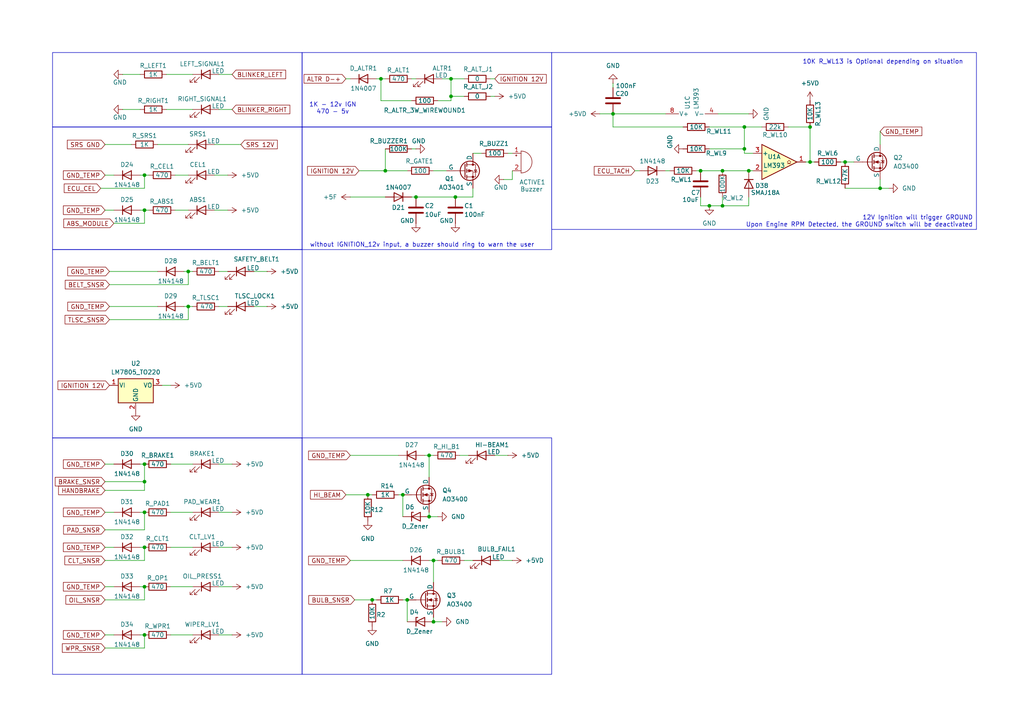
<source format=kicad_sch>
(kicad_sch (version 20250114) (generator "eeschema") (generator_version "9.0")
  (paper "A4")
  (lib_symbols
    (symbol "Comparator:LM393" (pin_names (offset 0.127))
      (property "Reference" "U" (at 3.81 3.81 0))
      (property "Value" "LM393" (at 6.35 -3.81 0))
      (symbol "LM393_1_1"
        (pin input line (at -7.62 2.54 0) (length 2.54) (name "+") (number "3"))
        (pin input line (at -7.62 -2.54 0) (length 2.54) (name "-") (number "2"))
        (pin open_collector line (at 7.62 0 180) (length 2.54) (name "~") (number "1"))
      )
      (symbol "LM393_2_1"
        (pin input line (at -7.62 2.54 0) (length 2.54) (name "+") (number "5"))
        (pin input line (at -7.62 -2.54 0) (length 2.54) (name "-") (number "6"))
        (pin open_collector line (at 7.62 0 180) (length 2.54) (name "~") (number "7"))
      )
      (symbol "LM393_3_1"
        (pin power_in line (at -2.54 7.62 270) (length 3.81) (name "V+") (number "8"))
        (pin power_in line (at -2.54 -7.62 90) (length 3.81) (name "V-") (number "4"))
      )
    )
    (symbol "Device:Buzzer" (pin_names (offset 0.0254) (hide yes))
      (property "Reference" "BZ" (at 3.81 1.27 0))
      (property "Value" "Buzzer" (at 3.81 -1.27 0))
      (symbol "Buzzer_1_1"
        (pin passive line (at -2.54 2.54 0) (length 2.54) (name "+") (number "1"))
        (pin passive line (at -2.54 -2.54 0) (length 2.54) (name "-") (number "2"))
      )
    )
    (symbol "Device:C" (pin_numbers (hide yes)) (pin_names (offset 0.254))
      (property "Reference" "C" (at 0.635 2.54 0))
      (property "Value" "C" (at 0.635 -2.54 0))
      (symbol "C_1_1"
        (pin passive line (at 0 3.81 270) (length 2.794) (name "~") (number "1"))
        (pin passive line (at 0 -3.81 90) (length 2.794) (name "~") (number "2"))
      )
    )
    (symbol "Device:D" (pin_numbers (hide yes)) (pin_names (offset 1.016) (hide yes))
      (property "Reference" "D" (at 0 2.54 0))
      (property "Value" "D" (at 0 -2.54 0))
      (symbol "D_1_1"
        (pin passive line (at -3.81 0 0) (length 2.54) (name "K") (number "1"))
        (pin passive line (at 3.81 0 180) (length 2.54) (name "A") (number "2"))
      )
    )
    (symbol "Device:D_Zener" (pin_numbers (hide yes)) (pin_names (offset 1.016) (hide yes))
      (property "Reference" "D" (at 0 2.54 0))
      (property "Value" "D_Zener" (at 0 -2.54 0))
      (symbol "D_Zener_1_1"
        (pin passive line (at -3.81 0 0) (length 2.54) (name "K") (number "1"))
        (pin passive line (at 3.81 0 180) (length 2.54) (name "A") (number "2"))
      )
    )
    (symbol "Device:LED" (pin_numbers (hide yes)) (pin_names (offset 1.016) (hide yes))
      (property "Reference" "D" (at 0 2.54 0))
      (property "Value" "LED" (at 0 -2.54 0))
      (symbol "LED_1_1"
        (pin passive line (at -3.81 0 0) (length 2.54) (name "K") (number "1"))
        (pin passive line (at 3.81 0 180) (length 2.54) (name "A") (number "2"))
      )
    )
    (symbol "Device:R" (pin_numbers (hide yes)) (pin_names (offset 0))
      (property "Reference" "R" (at 2.032 0 90))
      (property "Value" "R" (at 0 0 90))
      (symbol "R_1_1"
        (pin passive line (at 0 3.81 270) (length 1.27) (name "~") (number "1"))
        (pin passive line (at 0 -3.81 90) (length 1.27) (name "~") (number "2"))
      )
    )
    (symbol "Regulator_Linear:LM7805_TO220" (pin_names (offset 0.254))
      (property "Reference" "U" (at -3.81 3.175 0))
      (property "Value" "LM7805_TO220" (at 0 3.175 0))
      (symbol "LM7805_TO220_1_1"
        (pin power_in line (at -7.62 0 0) (length 2.54) (name "VI") (number "1"))
        (pin power_in line (at 0 -7.62 90) (length 2.54) (name "GND") (number "2"))
        (pin power_out line (at 7.62 0 180) (length 2.54) (name "VO") (number "3"))
      )
    )
    (symbol "Simulation_SPICE:NMOS" (pin_numbers (hide yes)) (pin_names (offset 0))
      (property "Reference" "Q" (at 5.08 1.27 0))
      (property "Value" "NMOS" (at 5.08 -1.27 0))
      (symbol "NMOS_1_1"
        (pin input line (at -5.08 0 0) (length 2.54) (name "G") (number "2"))
        (pin passive line (at 2.54 5.08 270) (length 2.54) (name "D") (number "1"))
        (pin passive line (at 2.54 -5.08 90) (length 2.54) (name "S") (number "3"))
      )
    )
    (symbol "Simulation_SPICE:PMOS" (pin_numbers (hide yes)) (pin_names (offset 0))
      (property "Reference" "Q" (at 5.08 1.27 0))
      (property "Value" "PMOS" (at 5.08 -1.27 0))
      (symbol "PMOS_1_1"
        (pin input line (at -5.08 0 0) (length 2.54) (name "G") (number "2"))
        (pin passive line (at 2.54 5.08 270) (length 2.54) (name "D") (number "1"))
        (pin passive line (at 2.54 -5.08 90) (length 2.54) (name "S") (number "3"))
      )
    )
    (symbol "power:+5F" (power) (pin_numbers (hide yes)) (pin_names (offset 0) (hide yes))
      (property "Value" "+5F" (at 0 3.556 0))
      (symbol "+5F_1_1"
        (pin power_in line (at 0 0 90) (length 0) (name "~") (number "1"))
      )
    )
    (symbol "power:+5VD" (power) (pin_numbers (hide yes)) (pin_names (offset 0) (hide yes))
      (property "Value" "+5VD" (at 0 3.556 0))
      (symbol "+5VD_1_1"
        (pin power_in line (at 0 0 90) (length 0) (name "~") (number "1"))
      )
    )
    (symbol "power:GND" (power) (pin_numbers (hide yes)) (pin_names (offset 0) (hide yes))
      (property "Value" "GND" (at 0 -3.81 0))
      (symbol "GND_1_1"
        (pin power_in line (at 0 0 270) (length 0) (name "~") (number "1"))
      )
    )
  )
  (rectangle (start 15.24 127) (end 87.63 195.58))
  (rectangle (start 87.63 127) (end 160.02 195.58))
  (rectangle (start 160.02 15.24) (end 283.21 66.548))
  (rectangle (start 87.63 36.83) (end 160.02 72.39))
  (rectangle (start 15.24 72.39) (end 87.63 127))
  (rectangle (start 15.24 15.24) (end 87.63 36.83))
  (rectangle (start 15.24 36.83) (end 87.63 72.39))
  (rectangle (start 87.63 15.24) (end 160.02 36.83))
  (text "1K - 12v IGN\n470 - 5v\n" (at 96.52 31.496 0) (effects (font (size 1.27 1.27))))
  (text "10K R_WL13 is Optional depending on situation\n" (at 279.4 18.034 0) (effects (font (size 1.27 1.27)) (justify right)))
  (text "without IGNITION_12v input, a buzzer should ring to warn the user\n" (at 122.428 71.12 0) (effects (font (size 1.27 1.27))))
  (text "12V Ignition will trigger GROUND\nUpon Engine RPM Detected, the GROUND switch will be deactivated\n" (at 282.194 64.262 0) (effects (font (size 1.27 1.27)) (justify right)))
  (junction (at 215.9 36.83))
  (junction (at 116.84 143.51))
  (junction (at 54.61 78.74))
  (junction (at 41.91 148.59))
  (junction (at 54.61 88.9))
  (junction (at 203.2 49.53))
  (junction (at 209.55 49.53))
  (junction (at 41.91 134.62))
  (junction (at 41.91 170.18))
  (junction (at 177.8 33.02))
  (junction (at 110.49 22.86))
  (junction (at 234.95 46.99))
  (junction (at 111.76 49.53))
  (junction (at 41.91 184.15))
  (junction (at 130.81 27.94))
  (junction (at 245.11 46.99))
  (junction (at 120.65 57.15))
  (junction (at 118.11 173.99))
  (junction (at 106.68 143.51))
  (junction (at 107.95 173.99))
  (junction (at 205.74 59.69))
  (junction (at 209.55 59.69))
  (junction (at 41.91 50.8))
  (junction (at 215.9 43.18))
  (junction (at 124.46 149.86))
  (junction (at 132.08 57.15))
  (junction (at 255.27 54.61))
  (junction (at 41.91 139.7))
  (junction (at 125.73 162.56))
  (junction (at 41.91 60.96))
  (junction (at 41.91 158.75))
  (junction (at 217.17 49.53))
  (junction (at 130.81 22.86))
  (junction (at 124.46 132.08))
  (junction (at 234.95 36.83))
  (junction (at 125.73 180.34))
  (wire (pts (xy 124.46 132.08) (xy 124.46 138.43)))
  (wire (pts (xy 118.11 180.34) (xy 118.11 173.99)))
  (wire (pts (xy 31.75 82.55) (xy 54.61 82.55)))
  (wire (pts (xy 116.84 143.51) (xy 115.57 143.51)))
  (wire (pts (xy 119.38 57.15) (xy 120.65 57.15)))
  (wire (pts (xy 148.59 162.56) (xy 144.78 162.56)))
  (wire (pts (xy 120.65 57.15) (xy 132.08 57.15)))
  (wire (pts (xy 125.73 49.53) (xy 129.54 49.53)))
  (wire (pts (xy 137.16 44.45) (xy 139.7 44.45)))
  (wire (pts (xy 77.47 88.9) (xy 73.66 88.9)))
  (wire (pts (xy 40.64 50.8) (xy 41.91 50.8)))
  (wire (pts (xy 146.05 52.07) (xy 148.59 52.07)))
  (wire (pts (xy 137.16 57.15) (xy 137.16 54.61)))
  (wire (pts (xy 234.95 36.83) (xy 234.95 46.99)))
  (wire (pts (xy 127 29.21) (xy 130.81 29.21)))
  (wire (pts (xy 41.91 148.59) (xy 41.91 153.67)))
  (wire (pts (xy 130.81 22.86) (xy 128.27 22.86)))
  (wire (pts (xy 41.91 54.61) (xy 41.91 50.8)))
  (wire (pts (xy 30.48 158.75) (xy 33.02 158.75)))
  (wire (pts (xy 177.8 36.83) (xy 198.12 36.83)))
  (wire (pts (xy 215.9 36.83) (xy 220.98 36.83)))
  (wire (pts (xy 119.38 43.18) (xy 120.65 43.18)))
  (wire (pts (xy 30.48 142.24) (xy 41.91 142.24)))
  (wire (pts (xy 177.8 24.13) (xy 177.8 25.4)))
  (wire (pts (xy 38.1 41.91) (xy 30.48 41.91)))
  (wire (pts (xy 101.6 132.08) (xy 115.57 132.08)))
  (wire (pts (xy 30.48 139.7) (xy 41.91 139.7)))
  (wire (pts (xy 54.61 88.9) (xy 55.88 88.9)))
  (wire (pts (xy 217.17 59.69) (xy 209.55 59.69)))
  (wire (pts (xy 29.21 54.61) (xy 41.91 54.61)))
  (wire (pts (xy 124.46 149.86) (xy 127 149.86)))
  (wire (pts (xy 255.27 38.1) (xy 255.27 41.91)))
  (wire (pts (xy 40.64 184.15) (xy 41.91 184.15)))
  (wire (pts (xy 45.72 41.91) (xy 54.61 41.91)))
  (wire (pts (xy 119.38 22.86) (xy 120.65 22.86)))
  (wire (pts (xy 33.02 64.77) (xy 41.91 64.77)))
  (wire (pts (xy 110.49 29.21) (xy 110.49 22.86)))
  (wire (pts (xy 49.53 170.18) (xy 55.88 170.18)))
  (wire (pts (xy 209.55 57.15) (xy 209.55 59.69)))
  (wire (pts (xy 67.31 158.75) (xy 63.5 158.75)))
  (wire (pts (xy 143.51 22.86) (xy 142.24 22.86)))
  (wire (pts (xy 111.76 43.18) (xy 111.76 49.53)))
  (wire (pts (xy 49.53 184.15) (xy 55.88 184.15)))
  (wire (pts (xy 245.11 46.99) (xy 247.65 46.99)))
  (wire (pts (xy 67.31 148.59) (xy 63.5 148.59)))
  (wire (pts (xy 67.31 21.59) (xy 63.5 21.59)))
  (wire (pts (xy 243.84 46.99) (xy 245.11 46.99)))
  (wire (pts (xy 50.8 60.96) (xy 54.61 60.96)))
  (wire (pts (xy 130.81 29.21) (xy 130.81 27.94)))
  (wire (pts (xy 54.61 78.74) (xy 55.88 78.74)))
  (wire (pts (xy 209.55 59.69) (xy 205.74 59.69)))
  (wire (pts (xy 208.28 33.02) (xy 217.17 33.02)))
  (wire (pts (xy 107.95 173.99) (xy 109.22 173.99)))
  (wire (pts (xy 134.62 22.86) (xy 130.81 22.86)))
  (wire (pts (xy 31.75 88.9) (xy 45.72 88.9)))
  (wire (pts (xy 41.91 64.77) (xy 41.91 60.96)))
  (wire (pts (xy 125.73 179.07) (xy 125.73 180.34)))
  (wire (pts (xy 69.85 41.91) (xy 62.23 41.91)))
  (wire (pts (xy 31.75 92.71) (xy 54.61 92.71)))
  (wire (pts (xy 77.47 78.74) (xy 73.66 78.74)))
  (wire (pts (xy 49.53 111.76) (xy 46.99 111.76)))
  (wire (pts (xy 236.22 46.99) (xy 234.95 46.99)))
  (wire (pts (xy 30.48 187.96) (xy 41.91 187.96)))
  (wire (pts (xy 30.48 153.67) (xy 41.91 153.67)))
  (wire (pts (xy 30.48 184.15) (xy 33.02 184.15)))
  (wire (pts (xy 125.73 162.56) (xy 125.73 168.91)))
  (wire (pts (xy 67.31 31.75) (xy 63.5 31.75)))
  (wire (pts (xy 102.87 173.99) (xy 107.95 173.99)))
  (wire (pts (xy 41.91 139.7) (xy 41.91 134.62)))
  (wire (pts (xy 143.51 27.94) (xy 142.24 27.94)))
  (wire (pts (xy 147.32 132.08) (xy 143.51 132.08)))
  (wire (pts (xy 118.11 173.99) (xy 116.84 173.99)))
  (wire (pts (xy 134.62 162.56) (xy 137.16 162.56)))
  (wire (pts (xy 177.8 33.02) (xy 193.04 33.02)))
  (wire (pts (xy 41.91 139.7) (xy 41.91 142.24)))
  (wire (pts (xy 193.04 49.53) (xy 194.31 49.53)))
  (wire (pts (xy 41.91 184.15) (xy 41.91 187.96)))
  (wire (pts (xy 110.49 22.86) (xy 111.76 22.86)))
  (wire (pts (xy 30.48 50.8) (xy 33.02 50.8)))
  (wire (pts (xy 119.38 29.21) (xy 110.49 29.21)))
  (wire (pts (xy 255.27 54.61) (xy 257.81 54.61)))
  (wire (pts (xy 40.64 170.18) (xy 41.91 170.18)))
  (wire (pts (xy 132.08 57.15) (xy 137.16 57.15)))
  (wire (pts (xy 49.53 148.59) (xy 55.88 148.59)))
  (wire (pts (xy 124.46 162.56) (xy 125.73 162.56)))
  (wire (pts (xy 233.68 46.99) (xy 234.95 46.99)))
  (wire (pts (xy 217.17 57.15) (xy 217.17 59.69)))
  (wire (pts (xy 48.26 21.59) (xy 55.88 21.59)))
  (wire (pts (xy 173.99 33.02) (xy 177.8 33.02)))
  (wire (pts (xy 215.9 36.83) (xy 215.9 43.18)))
  (wire (pts (xy 67.31 170.18) (xy 63.5 170.18)))
  (wire (pts (xy 184.15 49.53) (xy 185.42 49.53)))
  (wire (pts (xy 215.9 36.83) (xy 205.74 36.83)))
  (wire (pts (xy 209.55 49.53) (xy 217.17 49.53)))
  (wire (pts (xy 205.74 59.69) (xy 203.2 59.69)))
  (wire (pts (xy 123.19 132.08) (xy 124.46 132.08)))
  (wire (pts (xy 35.56 21.59) (xy 40.64 21.59)))
  (wire (pts (xy 35.56 31.75) (xy 40.64 31.75)))
  (wire (pts (xy 245.11 54.61) (xy 255.27 54.61)))
  (wire (pts (xy 54.61 92.71) (xy 54.61 88.9)))
  (wire (pts (xy 177.8 36.83) (xy 177.8 33.02)))
  (wire (pts (xy 255.27 52.07) (xy 255.27 54.61)))
  (wire (pts (xy 30.48 170.18) (xy 33.02 170.18)))
  (wire (pts (xy 148.59 52.07) (xy 148.59 49.53)))
  (wire (pts (xy 228.6 36.83) (xy 234.95 36.83)))
  (wire (pts (xy 30.48 173.99) (xy 41.91 173.99)))
  (wire (pts (xy 31.75 78.74) (xy 45.72 78.74)))
  (wire (pts (xy 203.2 49.53) (xy 201.93 49.53)))
  (wire (pts (xy 101.6 57.15) (xy 111.76 57.15)))
  (wire (pts (xy 106.68 143.51) (xy 107.95 143.51)))
  (wire (pts (xy 100.33 143.51) (xy 106.68 143.51)))
  (wire (pts (xy 111.76 49.53) (xy 118.11 49.53)))
  (wire (pts (xy 67.31 134.62) (xy 63.5 134.62)))
  (wire (pts (xy 49.53 158.75) (xy 55.88 158.75)))
  (wire (pts (xy 41.91 50.8) (xy 43.18 50.8)))
  (wire (pts (xy 63.5 88.9) (xy 66.04 88.9)))
  (wire (pts (xy 215.9 44.45) (xy 218.44 44.45)))
  (wire (pts (xy 101.6 162.56) (xy 116.84 162.56)))
  (wire (pts (xy 130.81 27.94) (xy 134.62 27.94)))
  (wire (pts (xy 215.9 44.45) (xy 215.9 43.18)))
  (wire (pts (xy 133.35 132.08) (xy 135.89 132.08)))
  (wire (pts (xy 41.91 170.18) (xy 41.91 173.99)))
  (wire (pts (xy 104.14 49.53) (xy 111.76 49.53)))
  (wire (pts (xy 66.04 60.96) (xy 62.23 60.96)))
  (wire (pts (xy 125.73 180.34) (xy 128.27 180.34)))
  (wire (pts (xy 53.34 88.9) (xy 54.61 88.9)))
  (wire (pts (xy 205.74 43.18) (xy 215.9 43.18)))
  (wire (pts (xy 30.48 134.62) (xy 33.02 134.62)))
  (wire (pts (xy 63.5 78.74) (xy 66.04 78.74)))
  (wire (pts (xy 40.64 134.62) (xy 41.91 134.62)))
  (wire (pts (xy 48.26 31.75) (xy 55.88 31.75)))
  (wire (pts (xy 30.48 60.96) (xy 33.02 60.96)))
  (wire (pts (xy 50.8 50.8) (xy 54.61 50.8)))
  (wire (pts (xy 40.64 60.96) (xy 41.91 60.96)))
  (wire (pts (xy 40.64 148.59) (xy 41.91 148.59)))
  (wire (pts (xy 147.32 44.45) (xy 148.59 44.45)))
  (wire (pts (xy 130.81 27.94) (xy 130.81 22.86)))
  (wire (pts (xy 125.73 162.56) (xy 127 162.56)))
  (wire (pts (xy 41.91 158.75) (xy 41.91 162.56)))
  (wire (pts (xy 217.17 49.53) (xy 218.44 49.53)))
  (wire (pts (xy 53.34 78.74) (xy 54.61 78.74)))
  (wire (pts (xy 40.64 158.75) (xy 41.91 158.75)))
  (wire (pts (xy 30.48 148.59) (xy 33.02 148.59)))
  (wire (pts (xy 203.2 59.69) (xy 203.2 57.15)))
  (wire (pts (xy 203.2 49.53) (xy 209.55 49.53)))
  (wire (pts (xy 124.46 148.59) (xy 124.46 149.86)))
  (wire (pts (xy 41.91 60.96) (xy 43.18 60.96)))
  (wire (pts (xy 124.46 132.08) (xy 125.73 132.08)))
  (wire (pts (xy 100.33 22.86) (xy 101.6 22.86)))
  (wire (pts (xy 30.48 162.56) (xy 41.91 162.56)))
  (wire (pts (xy 54.61 82.55) (xy 54.61 78.74)))
  (wire (pts (xy 116.84 149.86) (xy 116.84 143.51)))
  (wire (pts (xy 67.31 184.15) (xy 63.5 184.15)))
  (wire (pts (xy 62.23 50.8) (xy 66.04 50.8)))
  (wire (pts (xy 109.22 22.86) (xy 110.49 22.86)))
  (wire (pts (xy 49.53 134.62) (xy 55.88 134.62)))
  (global_label "GND_TEMP" (shape input) (at 30.48 170.18 180) (property "Intersheetrefs" "${INTERSHEET_REFS}" (effects (hide yes))))
  (global_label "TLSC_SNSR" (shape input) (at 31.75 92.71 180) (property "Intersheetrefs" "${INTERSHEET_REFS}" (effects (hide yes))))
  (global_label "CLT_SNSR" (shape input) (at 30.48 162.56 180) (property "Intersheetrefs" "${INTERSHEET_REFS}" (effects (hide yes))))
  (global_label "ECU_TACH" (shape input) (at 184.15 49.53 180) (property "Intersheetrefs" "${INTERSHEET_REFS}" (effects (hide yes))))
  (global_label "HI_BEAM" (shape input) (at 100.33 143.51 180) (property "Intersheetrefs" "${INTERSHEET_REFS}" (effects (hide yes))))
  (global_label "WPR_SNSR" (shape input) (at 30.48 187.96 180) (property "Intersheetrefs" "${INTERSHEET_REFS}" (effects (hide yes))))
  (global_label "ECU_CEL" (shape input) (at 29.21 54.61 180) (property "Intersheetrefs" "${INTERSHEET_REFS}" (effects (hide yes))))
  (global_label "GND_TEMP" (shape input) (at 31.75 88.9 180) (property "Intersheetrefs" "${INTERSHEET_REFS}" (effects (hide yes))))
  (global_label "SRS 12V" (shape input) (at 69.85 41.91 0) (property "Intersheetrefs" "${INTERSHEET_REFS}" (effects (hide yes))))
  (global_label "GND_TEMP" (shape input) (at 30.48 134.62 180) (property "Intersheetrefs" "${INTERSHEET_REFS}" (effects (hide yes))))
  (global_label "GND_TEMP" (shape input) (at 255.27 38.1 0) (property "Intersheetrefs" "${INTERSHEET_REFS}" (effects (hide yes))))
  (global_label "GND_TEMP" (shape input) (at 31.75 78.74 180) (property "Intersheetrefs" "${INTERSHEET_REFS}" (effects (hide yes))))
  (global_label "GND_TEMP" (shape input) (at 30.48 184.15 180) (property "Intersheetrefs" "${INTERSHEET_REFS}" (effects (hide yes))))
  (global_label "GND_TEMP" (shape input) (at 30.48 50.8 180) (property "Intersheetrefs" "${INTERSHEET_REFS}" (effects (hide yes))))
  (global_label "GND_TEMP" (shape input) (at 101.6 162.56 180) (property "Intersheetrefs" "${INTERSHEET_REFS}" (effects (hide yes))))
  (global_label "IGNITION 12V" (shape input) (at 31.75 111.76 180) (property "Intersheetrefs" "${INTERSHEET_REFS}" (effects (hide yes))))
  (global_label "BULB_SNSR" (shape input) (at 102.87 173.99 180) (property "Intersheetrefs" "${INTERSHEET_REFS}" (effects (hide yes))))
  (global_label "ALTR D-+" (shape input) (at 100.33 22.86 180) (property "Intersheetrefs" "${INTERSHEET_REFS}" (effects (hide yes))))
  (global_label "GND_TEMP" (shape input) (at 30.48 158.75 180) (property "Intersheetrefs" "${INTERSHEET_REFS}" (effects (hide yes))))
  (global_label "HANDBRAKE" (shape input) (at 30.48 142.24 180) (property "Intersheetrefs" "${INTERSHEET_REFS}" (effects (hide yes))))
  (global_label "BRAKE_SNSR" (shape input) (at 30.48 139.7 180) (property "Intersheetrefs" "${INTERSHEET_REFS}" (effects (hide yes))))
  (global_label "PAD_SNSR" (shape input) (at 30.48 153.67 180) (property "Intersheetrefs" "${INTERSHEET_REFS}" (effects (hide yes))))
  (global_label "OIL_SNSR" (shape input) (at 30.48 173.99 180) (property "Intersheetrefs" "${INTERSHEET_REFS}" (effects (hide yes))))
  (global_label "GND_TEMP" (shape input) (at 101.6 132.08 180) (property "Intersheetrefs" "${INTERSHEET_REFS}" (effects (hide yes))))
  (global_label "BLINKER_LEFT" (shape input) (at 67.31 21.59 0) (property "Intersheetrefs" "${INTERSHEET_REFS}" (effects (hide yes))))
  (global_label "SRS GND" (shape input) (at 30.48 41.91 180) (property "Intersheetrefs" "${INTERSHEET_REFS}" (effects (hide yes))))
  (global_label "IGNITION 12V" (shape input) (at 104.14 49.53 180) (property "Intersheetrefs" "${INTERSHEET_REFS}" (effects (hide yes))))
  (global_label "GND_TEMP" (shape input) (at 30.48 60.96 180) (property "Intersheetrefs" "${INTERSHEET_REFS}" (effects (hide yes))))
  (global_label "IGNITION 12V" (shape input) (at 143.51 22.86 0) (property "Intersheetrefs" "${INTERSHEET_REFS}" (effects (hide yes))))
  (global_label "BELT_SNSR" (shape input) (at 31.75 82.55 180) (property "Intersheetrefs" "${INTERSHEET_REFS}" (effects (hide yes))))
  (global_label "ABS_MODULE" (shape input) (at 33.02 64.77 180) (property "Intersheetrefs" "${INTERSHEET_REFS}" (effects (hide yes))))
  (global_label "BLINKER_RIGHT" (shape input) (at 67.31 31.75 0) (property "Intersheetrefs" "${INTERSHEET_REFS}" (effects (hide yes))))
  (global_label "GND_TEMP" (shape input) (at 30.48 148.59 180) (property "Intersheetrefs" "${INTERSHEET_REFS}" (effects (hide yes))))
  (symbol (lib_id "Device:R") (at 123.19 29.21 90) (unit 1)
    (property "Reference" "R_ALTR_3W_WIREWOUND1" (at 123.19 32.004 90))
    (property "Value" "100" (at 123.19 29.21 90))
    (property "Footprint" "Fuse:Fuse_Littelfuse-NANO2-462" (effects (hide yes)))
    (property "Description" "Resistor" (effects (hide yes)))
  )
  (symbol (lib_id "power:+5VD") (at 67.31 134.62 270) (unit 1)
    (property "Reference" "#PWR059" (effects (hide yes)))
    (property "Value" "+5VD" (at 71.12 134.6199 90) (effects (justify left)))
    (property "Description" "Power symbol creates a global label with name \"+5VD\"" (effects (hide yes)))
  )
  (symbol (lib_id "power:+5VD") (at 77.47 88.9 270) (unit 1)
    (property "Reference" "#PWR058" (effects (hide yes)))
    (property "Value" "+5VD" (at 81.28 88.8999 90) (effects (justify left)))
    (property "Description" "Power symbol creates a global label with name \"+5VD\"" (effects (hide yes)))
  )
  (symbol (lib_id "Device:R") (at 44.45 31.75 90) (unit 1)
    (property "Reference" "R_RIGHT1" (at 44.45 29.21 90))
    (property "Value" "1K" (at 44.45 31.75 90))
    (property "Footprint" "Resistor_SMD:R_1210_3225Metric_Pad1.30x2.65mm_HandSolder" (effects (hide yes)))
    (property "Description" "Resistor" (effects (hide yes)))
  )
  (symbol (lib_id "Device:C") (at 120.65 60.96 0) (unit 1)
    (property "Reference" "C2" (at 123.19 59.69 0) (effects (justify left)))
    (property "Value" "10uF" (at 123.19 62.23 0) (effects (justify left)))
    (property "Footprint" "Capacitor_SMD:C_0805_2012Metric" (effects (hide yes)))
    (property "Description" "Unpolarized capacitor" (effects (hide yes)))
  )
  (symbol (lib_id "power:GND") (at 39.37 119.38 0) (unit 1)
    (property "Reference" "#PWR048" (effects (hide yes)))
    (property "Value" "GND" (at 39.37 124.46 0))
    (property "Description" "Power symbol creates a global label with name \"GND\" , ground" (effects (hide yes)))
  )
  (symbol (lib_id "power:+5VD") (at 234.95 29.21 0) (unit 1)
    (property "Reference" "#PWR068" (effects (hide yes)))
    (property "Value" "+5VD" (at 234.95 24.13 0))
    (property "Description" "Power symbol creates a global label with name \"+5VD\"" (effects (hide yes)))
  )
  (symbol (lib_id "power:GND") (at 35.56 21.59 270) (unit 1)
    (property "Reference" "#PWR036" (effects (hide yes)))
    (property "Value" "GND" (at 36.83 23.876 90) (effects (justify right)))
    (property "Description" "Power symbol creates a global label with name \"GND\" , ground" (effects (hide yes)))
  )
  (symbol (lib_id "Device:LED") (at 59.69 184.15 0) (unit 1)
    (property "Reference" "WIPER_LV1" (at 58.674 181.102 0))
    (property "Value" "LED" (at 63.246 183.134 0))
    (property "Footprint" "LED_SMD:LED_Everlight-SMD3528_3.5x2.8mm_67-21ST" (effects (hide yes)))
    (property "Description" "Light emitting diode" (effects (hide yes)))
    (property "Sim.Pins" "1=K 2=A" (effects (hide yes)))
  )
  (symbol (lib_id "power:+5VD") (at 67.31 170.18 270) (unit 1)
    (property "Reference" "#PWR062" (effects (hide yes)))
    (property "Value" "+5VD" (at 71.12 170.1799 90) (effects (justify left)))
    (property "Description" "Power symbol creates a global label with name \"+5VD\"" (effects (hide yes)))
  )
  (symbol (lib_id "Device:C") (at 177.8 29.21 180) (unit 1)
    (property "Reference" "C20" (at 182.372 27.178 0) (effects (justify left)))
    (property "Value" "100nF" (at 184.658 24.892 0) (effects (justify left)))
    (property "Footprint" "Capacitor_SMD:C_0805_2012Metric" (effects (hide yes)))
    (property "Description" "Unpolarized capacitor" (effects (hide yes)))
  )
  (symbol (lib_id "Device:R") (at 45.72 134.62 90) (unit 1)
    (property "Reference" "R_BRAKE1" (at 45.72 132.08 90))
    (property "Value" "470" (at 45.72 134.62 90))
    (property "Footprint" "Resistor_SMD:R_0805_2012Metric" (effects (hide yes)))
    (property "Description" "Resistor" (effects (hide yes)))
  )
  (symbol (lib_id "Device:R") (at 111.76 143.51 90) (unit 1)
    (property "Reference" "R14" (at 112.268 140.97 90))
    (property "Value" "1K" (at 111.76 143.51 90))
    (property "Footprint" "Resistor_SMD:R_0805_2012Metric" (effects (hide yes)))
    (property "Description" "Resistor" (effects (hide yes)))
  )
  (symbol (lib_id "power:GND") (at 257.81 54.61 90) (unit 1)
    (property "Reference" "#PWR050" (effects (hide yes)))
    (property "Value" "GND" (at 261.62 54.6099 90) (effects (justify right)))
    (property "Description" "Power symbol creates a global label with name \"GND\" , ground" (effects (hide yes)))
  )
  (symbol (lib_id "Device:D") (at 36.83 50.8 0) (unit 1)
    (property "Reference" "D24" (at 36.83 47.752 0))
    (property "Value" "1N4148" (at 36.83 53.594 0))
    (property "Footprint" "Diode_SMD:D_SOD-123" (effects (hide yes)))
    (property "Description" "Diode" (effects (hide yes)))
    (property "Sim.Device" "D" (effects (hide yes)))
    (property "Sim.Pins" "1=K 2=A" (effects (hide yes)))
  )
  (symbol (lib_id "power:GND") (at 132.08 64.77 0) (unit 1)
    (property "Reference" "#PWR06" (effects (hide yes)))
    (property "Value" "GND" (at 131.572 64.008 0) (effects (justify right)))
    (property "Description" "Power symbol creates a global label with name \"GND\" , ground" (effects (hide yes)))
  )
  (symbol (lib_id "Device:D") (at 36.83 148.59 0) (unit 1)
    (property "Reference" "D31" (at 36.83 145.542 0))
    (property "Value" "1N4148" (at 36.83 151.384 0))
    (property "Footprint" "Diode_SMD:D_SOD-123" (effects (hide yes)))
    (property "Description" "Diode" (effects (hide yes)))
    (property "Sim.Device" "D" (effects (hide yes)))
    (property "Sim.Pins" "1=K 2=A" (effects (hide yes)))
  )
  (symbol (lib_id "Device:D") (at 36.83 170.18 0) (unit 1)
    (property "Reference" "D33" (at 36.83 167.132 0))
    (property "Value" "1N4148" (at 36.83 172.974 0))
    (property "Footprint" "Diode_SMD:D_SOD-123" (effects (hide yes)))
    (property "Description" "Diode" (effects (hide yes)))
    (property "Sim.Device" "D" (effects (hide yes)))
    (property "Sim.Pins" "1=K 2=A" (effects (hide yes)))
  )
  (symbol (lib_id "power:+5VD") (at 66.04 60.96 270) (unit 1)
    (property "Reference" "#PWR054" (effects (hide yes)))
    (property "Value" "+5VD" (at 69.85 60.9599 90) (effects (justify left)))
    (property "Description" "Power symbol creates a global label with name \"+5VD\"" (effects (hide yes)))
  )
  (symbol (lib_id "Device:R") (at 138.43 22.86 270) (mirror x) (unit 1)
    (property "Reference" "R_ALT_J1" (at 138.684 20.066 90))
    (property "Value" "0" (at 138.43 22.86 90))
    (property "Footprint" "Resistor_SMD:R_0805_2012Metric" (effects (hide yes)))
    (property "Description" "Resistor" (effects (hide yes)))
  )
  (symbol (lib_id "Device:C") (at 203.2 53.34 0) (unit 1)
    (property "Reference" "C7" (at 200.406 55.88 0) (effects (justify left)))
    (property "Value" "10uF" (at 197.866 57.912 0) (effects (justify left)))
    (property "Footprint" "Capacitor_SMD:C_0805_2012Metric" (effects (hide yes)))
    (property "Description" "Unpolarized capacitor" (effects (hide yes)))
  )
  (symbol (lib_id "Device:D") (at 49.53 78.74 0) (unit 1)
    (property "Reference" "D28" (at 49.53 75.692 0))
    (property "Value" "1N4148" (at 49.53 81.534 0))
    (property "Footprint" "Diode_SMD:D_SOD-123" (effects (hide yes)))
    (property "Description" "Diode" (effects (hide yes)))
    (property "Sim.Device" "D" (effects (hide yes)))
    (property "Sim.Pins" "1=K 2=A" (effects (hide yes)))
  )
  (symbol (lib_id "Regulator_Linear:LM7805_TO220") (at 39.37 111.76 0) (unit 1)
    (property "Reference" "U2" (at 39.37 105.41 0))
    (property "Value" "LM7805_TO220" (at 39.37 107.95 0))
    (property "Footprint" "Package_TO_SOT_THT:TO-220-3_Vertical" (effects (hide yes)))
    (property "Datasheet" "https://www.onsemi.cn/PowerSolutions/document/MC7800-D.PDF" (effects (hide yes)))
    (property "Description" "Positive 1A 35V Linear Regulator, Fixed Output 5V, TO-220" (effects (hide yes)))
  )
  (symbol (lib_id "Device:R") (at 240.03 46.99 90) (unit 1)
    (property "Reference" "R_WL6" (at 240.03 44.45 90))
    (property "Value" "100" (at 240.03 46.99 90))
    (property "Footprint" "Resistor_SMD:R_0805_2012Metric" (effects (hide yes)))
    (property "Description" "Resistor" (effects (hide yes)))
  )
  (symbol (lib_id "Device:R") (at 45.72 158.75 90) (unit 1)
    (property "Reference" "R_CLT1" (at 45.72 156.21 90))
    (property "Value" "470" (at 45.72 158.75 90))
    (property "Footprint" "Resistor_SMD:R_0805_2012Metric" (effects (hide yes)))
    (property "Description" "Resistor" (effects (hide yes)))
  )
  (symbol (lib_id "Device:R") (at 130.81 162.56 90) (unit 1)
    (property "Reference" "R_BULB1" (at 130.81 160.02 90))
    (property "Value" "470" (at 130.81 162.56 90))
    (property "Footprint" "Resistor_SMD:R_0805_2012Metric" (effects (hide yes)))
    (property "Description" "Resistor" (effects (hide yes)))
  )
  (symbol (lib_id "Device:LED") (at 69.85 78.74 0) (unit 1)
    (property "Reference" "SAFETY_BELT1" (at 74.422 75.184 0))
    (property "Value" "LED" (at 73.406 77.724 0))
    (property "Footprint" "LED_SMD:LED_Everlight-SMD3528_3.5x2.8mm_67-21ST" (effects (hide yes)))
    (property "Description" "Light emitting diode" (effects (hide yes)))
    (property "Sim.Pins" "1=K 2=A" (effects (hide yes)))
  )
  (symbol (lib_id "power:GND") (at 127 149.86 90) (unit 1)
    (property "Reference" "#PWR090" (effects (hide yes)))
    (property "Value" "GND" (at 130.81 149.8599 90) (effects (justify right)))
    (property "Description" "Power symbol creates a global label with name \"GND\" , ground" (effects (hide yes)))
  )
  (symbol (lib_id "Device:LED") (at 58.42 41.91 0) (unit 1)
    (property "Reference" "SRS1" (at 57.404 38.862 0))
    (property "Value" "LED" (at 61.976 40.894 0))
    (property "Footprint" "LED_SMD:LED_Everlight-SMD3528_3.5x2.8mm_67-21ST" (effects (hide yes)))
    (property "Description" "Light emitting diode" (effects (hide yes)))
    (property "Sim.Pins" "1=K 2=A" (effects (hide yes)))
  )
  (symbol (lib_id "power:GND") (at 35.56 31.75 270) (unit 1)
    (property "Reference" "#PWR037" (effects (hide yes)))
    (property "Value" "GND" (at 36.83 34.036 90) (effects (justify right)))
    (property "Description" "Power symbol creates a global label with name \"GND\" , ground" (effects (hide yes)))
  )
  (symbol (lib_id "Device:R") (at 143.51 44.45 90) (unit 1)
    (property "Reference" "R_BUZZ1" (at 143.256 41.656 90))
    (property "Value" "100" (at 143.51 44.45 90))
    (property "Footprint" "Resistor_SMD:R_0805_2012Metric" (effects (hide yes)))
    (property "Description" "Resistor" (effects (hide yes)))
  )
  (symbol (lib_id "power:GND") (at 146.05 52.07 270) (unit 1)
    (property "Reference" "#PWR034" (effects (hide yes)))
    (property "Value" "GND" (at 147.32 54.356 90) (effects (justify right)))
    (property "Description" "Power symbol creates a global label with name \"GND\" , ground" (effects (hide yes)))
  )
  (symbol (lib_id "power:GND") (at 205.74 59.69 0) (unit 1)
    (property "Reference" "#PWR035" (effects (hide yes)))
    (property "Value" "GND" (at 205.74 64.77 0))
    (property "Description" "Power symbol creates a global label with name \"GND\" , ground" (effects (hide yes)))
  )
  (symbol (lib_id "power:+5VD") (at 49.53 111.76 270) (unit 1)
    (property "Reference" "#PWR01" (effects (hide yes)))
    (property "Value" "+5VD" (at 53.34 111.7599 90) (effects (justify left)))
    (property "Description" "Power symbol creates a global label with name \"+5VD\"" (effects (hide yes)))
  )
  (symbol (lib_id "Device:D") (at 115.57 57.15 180) (unit 1)
    (property "Reference" "D21" (at 115.57 60.198 0))
    (property "Value" "1N4007" (at 115.57 54.356 0))
    (property "Footprint" "Diode_SMD:D_SMA_Handsoldering" (effects (hide yes)))
    (property "Description" "Diode" (effects (hide yes)))
    (property "Sim.Device" "D" (effects (hide yes)))
    (property "Sim.Pins" "1=K 2=A" (effects (hide yes)))
  )
  (symbol (lib_id "Device:D") (at 217.17 53.34 270) (unit 1)
    (property "Reference" "D38" (at 220.98 53.848 90))
    (property "Value" "SMAJ18A" (at 221.996 55.88 90))
    (property "Footprint" "Diode_SMD:D_SMA" (effects (hide yes)))
    (property "Description" "Diode" (effects (hide yes)))
    (property "Sim.Device" "D" (effects (hide yes)))
    (property "Sim.Pins" "1=K 2=A" (effects (hide yes)))
  )
  (symbol (lib_id "Device:R") (at 45.72 170.18 90) (unit 1)
    (property "Reference" "R_OP1" (at 45.72 167.64 90))
    (property "Value" "470" (at 45.72 170.18 90))
    (property "Footprint" "Resistor_SMD:R_0805_2012Metric" (effects (hide yes)))
    (property "Description" "Resistor" (effects (hide yes)))
  )
  (symbol (lib_id "Device:LED") (at 59.69 134.62 0) (unit 1)
    (property "Reference" "BRAKE1" (at 58.674 131.572 0))
    (property "Value" "LED" (at 63.246 133.604 0))
    (property "Footprint" "LED_SMD:LED_Everlight-SMD3528_3.5x2.8mm_67-21ST" (effects (hide yes)))
    (property "Description" "Light emitting diode" (effects (hide yes)))
    (property "Sim.Pins" "1=K 2=A" (effects (hide yes)))
  )
  (symbol (lib_id "Device:D") (at 49.53 88.9 0) (unit 1)
    (property "Reference" "D29" (at 49.53 85.852 0))
    (property "Value" "1N4148" (at 49.53 91.694 0))
    (property "Footprint" "Diode_SMD:D_SOD-123" (effects (hide yes)))
    (property "Description" "Diode" (effects (hide yes)))
    (property "Sim.Device" "D" (effects (hide yes)))
    (property "Sim.Pins" "1=K 2=A" (effects (hide yes)))
  )
  (symbol (lib_id "Device:R") (at 224.79 36.83 270) (unit 1)
    (property "Reference" "R_WL10" (at 224.79 39.116 90))
    (property "Value" "22k" (at 224.79 36.83 90))
    (property "Footprint" "Resistor_SMD:R_0805_2012Metric" (effects (hide yes)))
    (property "Description" "Resistor" (effects (hide yes)))
  )
  (symbol (lib_id "Device:R") (at 115.57 43.18 90) (unit 1)
    (property "Reference" "R_BUZZER1" (at 112.776 40.894 90))
    (property "Value" "100K" (at 115.57 43.18 90))
    (property "Footprint" "Resistor_SMD:R_0805_2012Metric" (effects (hide yes)))
    (property "Description" "Resistor" (effects (hide yes)))
  )
  (symbol (lib_id "Device:R") (at 59.69 78.74 90) (unit 1)
    (property "Reference" "R_BELT1" (at 59.69 76.2 90))
    (property "Value" "470" (at 59.69 78.74 90))
    (property "Footprint" "Resistor_SMD:R_0805_2012Metric" (effects (hide yes)))
    (property "Description" "Resistor" (effects (hide yes)))
  )
  (symbol (lib_id "power:+5VD") (at 67.31 184.15 270) (unit 1)
    (property "Reference" "#PWR063" (effects (hide yes)))
    (property "Value" "+5VD" (at 71.12 184.1499 90) (effects (justify left)))
    (property "Description" "Power symbol creates a global label with name \"+5VD\"" (effects (hide yes)))
  )
  (symbol (lib_id "Device:D") (at 120.65 162.56 0) (unit 1)
    (property "Reference" "D26" (at 120.65 159.512 0))
    (property "Value" "1N4148" (at 120.65 165.354 0))
    (property "Footprint" "Diode_SMD:D_SOD-123" (effects (hide yes)))
    (property "Description" "Diode" (effects (hide yes)))
    (property "Sim.Device" "D" (effects (hide yes)))
    (property "Sim.Pins" "1=K 2=A" (effects (hide yes)))
  )
  (symbol (lib_id "power:+5VD") (at 147.32 132.08 270) (unit 1)
    (property "Reference" "#PWR056" (effects (hide yes)))
    (property "Value" "+5VD" (at 151.13 132.0799 90) (effects (justify left)))
    (property "Description" "Power symbol creates a global label with name \"+5VD\"" (effects (hide yes)))
  )
  (symbol (lib_id "power:GND") (at 106.68 151.13 0) (unit 1)
    (property "Reference" "#PWR089" (effects (hide yes)))
    (property "Value" "GND" (at 106.68 156.21 0))
    (property "Description" "Power symbol creates a global label with name \"GND\" , ground" (effects (hide yes)))
  )
  (symbol (lib_id "Device:R") (at 45.72 148.59 90) (unit 1)
    (property "Reference" "R_PAD1" (at 45.72 146.05 90))
    (property "Value" "470" (at 45.72 148.59 90))
    (property "Footprint" "Resistor_SMD:R_0805_2012Metric" (effects (hide yes)))
    (property "Description" "Resistor" (effects (hide yes)))
  )
  (symbol (lib_id "power:+5VD") (at 67.31 148.59 270) (unit 1)
    (property "Reference" "#PWR060" (effects (hide yes)))
    (property "Value" "+5VD" (at 71.12 148.5899 90) (effects (justify left)))
    (property "Description" "Power symbol creates a global label with name \"+5VD\"" (effects (hide yes)))
  )
  (symbol (lib_id "power:GND") (at 177.8 24.13 180) (unit 1)
    (property "Reference" "#PWR053" (effects (hide yes)))
    (property "Value" "GND" (at 177.8 19.05 0))
    (property "Description" "Power symbol creates a global label with name \"GND\" , ground" (effects (hide yes)))
  )
  (symbol (lib_id "power:+5VD") (at 67.31 158.75 270) (unit 1)
    (property "Reference" "#PWR061" (effects (hide yes)))
    (property "Value" "+5VD" (at 71.12 158.7499 90) (effects (justify left)))
    (property "Description" "Power symbol creates a global label with name \"+5VD\"" (effects (hide yes)))
  )
  (symbol (lib_id "Device:R") (at 46.99 60.96 90) (unit 1)
    (property "Reference" "R_ABS1" (at 46.99 58.42 90))
    (property "Value" "470" (at 46.99 60.96 90))
    (property "Footprint" "Resistor_SMD:R_0805_2012Metric" (effects (hide yes)))
    (property "Description" "Resistor" (effects (hide yes)))
  )
  (symbol (lib_id "Device:R") (at 113.03 173.99 270) (mirror x) (unit 1)
    (property "Reference" "R7" (at 112.522 171.45 90))
    (property "Value" "1K" (at 113.03 173.99 90))
    (property "Footprint" "Resistor_SMD:R_0805_2012Metric" (effects (hide yes)))
    (property "Description" "Resistor" (effects (hide yes)))
  )
  (symbol (lib_id "Device:LED") (at 59.69 170.18 0) (unit 1)
    (property "Reference" "OIL_PRESS1" (at 58.674 167.132 0))
    (property "Value" "LED" (at 63.246 169.164 0))
    (property "Footprint" "LED_SMD:LED_Everlight-SMD3528_3.5x2.8mm_67-21ST" (effects (hide yes)))
    (property "Description" "Light emitting diode" (effects (hide yes)))
    (property "Sim.Pins" "1=K 2=A" (effects (hide yes)))
  )
  (symbol (lib_id "Device:R") (at 201.93 36.83 90) (unit 1)
    (property "Reference" "R_WL11" (at 208.534 38.1 90))
    (property "Value" "10K" (at 201.93 36.83 90))
    (property "Footprint" "Resistor_SMD:R_0805_2012Metric" (effects (hide yes)))
    (property "Description" "Resistor" (effects (hide yes)))
  )
  (symbol (lib_id "Device:R") (at 115.57 22.86 90) (unit 1)
    (property "Reference" "R_ALT1" (at 115.57 20.32 90))
    (property "Value" "470" (at 115.57 22.86 90))
    (property "Footprint" "Resistor_SMD:R_0805_2012Metric" (effects (hide yes)))
    (property "Description" "Resistor" (effects (hide yes)))
  )
  (symbol (lib_id "Device:R") (at 107.95 177.8 0) (unit 1)
    (property "Reference" "R2" (at 110.49 178.308 0))
    (property "Value" "10K" (at 107.95 177.8 90))
    (property "Footprint" "Resistor_SMD:R_0805_2012Metric" (effects (hide yes)))
    (property "Description" "Resistor" (effects (hide yes)))
  )
  (symbol (lib_id "power:GND") (at 217.17 33.02 90) (unit 1)
    (property "Reference" "#PWR052" (effects (hide yes)))
    (property "Value" "GND" (at 222.25 33.02 0))
    (property "Description" "Power symbol creates a global label with name \"GND\" , ground" (effects (hide yes)))
  )
  (symbol (lib_id "power:GND") (at 128.27 180.34 90) (unit 1)
    (property "Reference" "#PWR064" (effects (hide yes)))
    (property "Value" "GND" (at 132.08 180.3399 90) (effects (justify right)))
    (property "Description" "Power symbol creates a global label with name \"GND\" , ground" (effects (hide yes)))
  )
  (symbol (lib_id "Device:D_Zener") (at 121.92 180.34 0) (unit 1)
    (property "Reference" "D4" (at 120.142 177.546 0))
    (property "Value" "D_Zener" (at 121.666 183.134 0))
    (property "Footprint" "Diode_SMD:D_MiniMELF" (effects (hide yes)))
    (property "Description" "Zener diode" (effects (hide yes)))
  )
  (symbol (lib_id "Device:R") (at 44.45 21.59 90) (unit 1)
    (property "Reference" "R_LEFT1" (at 44.45 19.05 90))
    (property "Value" "1K" (at 44.45 21.59 90))
    (property "Footprint" "Resistor_SMD:R_1210_3225Metric_Pad1.30x2.65mm_HandSolder" (effects (hide yes)))
    (property "Description" "Resistor" (effects (hide yes)))
  )
  (symbol (lib_id "Device:LED") (at 58.42 50.8 0) (unit 1)
    (property "Reference" "CEL1" (at 57.404 47.752 0))
    (property "Value" "LED" (at 61.976 49.784 0))
    (property "Footprint" "LED_SMD:LED_Everlight-SMD3528_3.5x2.8mm_67-21ST" (effects (hide yes)))
    (property "Description" "Light emitting diode" (effects (hide yes)))
    (property "Sim.Pins" "1=K 2=A" (effects (hide yes)))
  )
  (symbol (lib_id "power:+5VD") (at 173.99 33.02 90) (unit 1)
    (property "Reference" "#PWR02" (effects (hide yes)))
    (property "Value" "+5VD" (at 170.18 33.0199 90) (effects (justify left)))
    (property "Description" "Power symbol creates a global label with name \"+5VD\"" (effects (hide yes)))
  )
  (symbol (lib_id "power:+5VD") (at 66.04 50.8 270) (unit 1)
    (property "Reference" "#PWR051" (effects (hide yes)))
    (property "Value" "+5VD" (at 69.85 50.7999 90) (effects (justify left)))
    (property "Description" "Power symbol creates a global label with name \"+5VD\"" (effects (hide yes)))
  )
  (symbol (lib_id "Simulation_SPICE:NMOS") (at 123.19 173.99 0) (unit 1)
    (property "Reference" "Q3" (at 129.54 172.7199 0) (effects (justify left)))
    (property "Value" "AO3400" (at 129.54 175.2599 0) (effects (justify left)))
    (property "Footprint" "Package_TO_SOT_SMD:SOT-23" (effects (hide yes)))
    (property "Datasheet" "https://ngspice.sourceforge.io/docs/ngspice-html-manual/manual.xhtml#cha_MOSFETs" (effects (hide yes)))
    (property "Description" "N-MOSFET transistor, drain/source/gate" (effects (hide yes)))
    (property "Sim.Device" "NMOS" (effects (hide yes)))
    (property "Sim.Type" "VDMOS" (effects (hide yes)))
    (property "Sim.Pins" "1=D 2=G 3=S" (effects (hide yes)))
  )
  (symbol (lib_id "Device:R") (at 45.72 184.15 90) (unit 1)
    (property "Reference" "R_WPR1" (at 45.72 181.61 90))
    (property "Value" "470" (at 45.72 184.15 90))
    (property "Footprint" "Resistor_SMD:R_0805_2012Metric" (effects (hide yes)))
    (property "Description" "Resistor" (effects (hide yes)))
  )
  (symbol (lib_id "Device:R") (at 138.43 27.94 270) (mirror x) (unit 1)
    (property "Reference" "R_ALT_J2" (at 138.684 25.146 90))
    (property "Value" "0" (at 138.43 27.94 90))
    (property "Footprint" "Resistor_SMD:R_0805_2012Metric" (effects (hide yes)))
    (property "Description" "Resistor" (effects (hide yes)))
  )
  (symbol (lib_id "Device:R") (at 106.68 147.32 0) (unit 1)
    (property "Reference" "R12" (at 109.22 147.828 0))
    (property "Value" "10K" (at 106.68 147.32 90))
    (property "Footprint" "Resistor_SMD:R_0805_2012Metric" (effects (hide yes)))
    (property "Description" "Resistor" (effects (hide yes)))
  )
  (symbol (lib_id "power:+5F") (at 101.6 57.15 90) (unit 1)
    (property "Reference" "#PWR0132" (effects (hide yes)))
    (property "Value" "+5F" (at 97.79 57.1499 90) (effects (justify left)))
    (property "Description" "Power symbol creates a global label with name \"+5F\"" (effects (hide yes)))
  )
  (symbol (lib_id "Device:R") (at 59.69 88.9 90) (unit 1)
    (property "Reference" "R_TLSC1" (at 59.69 86.36 90))
    (property "Value" "470" (at 59.944 88.9 90))
    (property "Footprint" "Resistor_SMD:R_0805_2012Metric" (effects (hide yes)))
    (property "Description" "Resistor" (effects (hide yes)))
  )
  (symbol (lib_id "Device:D") (at 36.83 60.96 0) (unit 1)
    (property "Reference" "D25" (at 36.83 57.912 0))
    (property "Value" "1N4148" (at 36.83 63.754 0))
    (property "Footprint" "Diode_SMD:D_SOD-123" (effects (hide yes)))
    (property "Description" "Diode" (effects (hide yes)))
    (property "Sim.Device" "D" (effects (hide yes)))
    (property "Sim.Pins" "1=K 2=A" (effects (hide yes)))
  )
  (symbol (lib_id "Device:LED") (at 140.97 162.56 0) (unit 1)
    (property "Reference" "BULB_FAIL1" (at 144.018 159.258 0))
    (property "Value" "LED" (at 144.526 161.544 0))
    (property "Footprint" "LED_SMD:LED_Everlight-SMD3528_3.5x2.8mm_67-21ST" (effects (hide yes)))
    (property "Description" "Light emitting diode" (effects (hide yes)))
    (property "Sim.Pins" "1=K 2=A" (effects (hide yes)))
  )
  (symbol (lib_id "Device:R") (at 201.93 43.18 270) (unit 1)
    (property "Reference" "R_WL9" (at 207.772 44.45 90))
    (property "Value" "10K" (at 201.93 43.18 90))
    (property "Footprint" "Resistor_SMD:R_0805_2012Metric" (effects (hide yes)))
    (property "Description" "Resistor" (effects (hide yes)))
  )
  (symbol (lib_id "Device:R") (at 121.92 49.53 90) (unit 1)
    (property "Reference" "R_GATE1" (at 121.666 46.736 90))
    (property "Value" "100" (at 121.92 49.53 90))
    (property "Footprint" "Resistor_SMD:R_0805_2012Metric" (effects (hide yes)))
    (property "Description" "Resistor" (effects (hide yes)))
  )
  (symbol (lib_id "Device:R") (at 234.95 33.02 0) (unit 1)
    (property "Reference" "R_WL13" (at 237.236 33.02 90))
    (property "Value" "10K" (at 234.95 33.02 90))
    (property "Footprint" "Resistor_SMD:R_0805_2012Metric" (effects (hide yes)))
    (property "Description" "Resistor" (effects (hide yes)))
  )
  (symbol (lib_id "Device:D") (at 36.83 134.62 0) (unit 1)
    (property "Reference" "D30" (at 36.83 131.572 0))
    (property "Value" "1N4148" (at 36.83 137.414 0))
    (property "Footprint" "Diode_SMD:D_SOD-123" (effects (hide yes)))
    (property "Description" "Diode" (effects (hide yes)))
    (property "Sim.Device" "D" (effects (hide yes)))
    (property "Sim.Pins" "1=K 2=A" (effects (hide yes)))
  )
  (symbol (lib_id "Device:LED") (at 59.69 148.59 0) (unit 1)
    (property "Reference" "PAD_WEAR1" (at 58.674 145.542 0))
    (property "Value" "LED" (at 63.246 147.574 0))
    (property "Footprint" "LED_SMD:LED_Everlight-SMD3528_3.5x2.8mm_67-21ST" (effects (hide yes)))
    (property "Description" "Light emitting diode" (effects (hide yes)))
    (property "Sim.Pins" "1=K 2=A" (effects (hide yes)))
  )
  (symbol (lib_id "power:+5VD") (at 77.47 78.74 270) (unit 1)
    (property "Reference" "#PWR057" (effects (hide yes)))
    (property "Value" "+5VD" (at 81.28 78.7399 90) (effects (justify left)))
    (property "Description" "Power symbol creates a global label with name \"+5VD\"" (effects (hide yes)))
  )
  (symbol (lib_id "power:+5VD") (at 143.51 27.94 270) (unit 1)
    (property "Reference" "#PWR049" (effects (hide yes)))
    (property "Value" "+5VD" (at 147.32 27.9399 90) (effects (justify left)))
    (property "Description" "Power symbol creates a global label with name \"+5VD\"" (effects (hide yes)))
  )
  (symbol (lib_id "power:GND") (at 120.65 43.18 90) (unit 1)
    (property "Reference" "#PWR05" (effects (hide yes)))
    (property "Value" "GND" (at 119.38 40.894 90) (effects (justify right)))
    (property "Description" "Power symbol creates a global label with name \"GND\" , ground" (effects (hide yes)))
  )
  (symbol (lib_id "Device:LED") (at 59.69 158.75 0) (unit 1)
    (property "Reference" "CLT_LV1" (at 58.674 155.702 0))
    (property "Value" "LED" (at 63.246 157.734 0))
    (property "Footprint" "LED_SMD:LED_Everlight-SMD3528_3.5x2.8mm_67-21ST" (effects (hide yes)))
    (property "Description" "Light emitting diode" (effects (hide yes)))
    (property "Sim.Pins" "1=K 2=A" (effects (hide yes)))
  )
  (symbol (lib_id "Device:D") (at 36.83 184.15 0) (unit 1)
    (property "Reference" "D34" (at 36.83 181.102 0))
    (property "Value" "1N4148" (at 36.83 186.944 0))
    (property "Footprint" "Diode_SMD:D_SOD-123" (effects (hide yes)))
    (property "Description" "Diode" (effects (hide yes)))
    (property "Sim.Device" "D" (effects (hide yes)))
    (property "Sim.Pins" "1=K 2=A" (effects (hide yes)))
  )
  (symbol (lib_id "Device:D_Zener") (at 120.65 149.86 0) (unit 1)
    (property "Reference" "D6" (at 118.872 147.066 0))
    (property "Value" "D_Zener" (at 120.396 152.654 0))
    (property "Footprint" "Diode_SMD:D_MiniMELF" (effects (hide yes)))
    (property "Description" "Zener diode" (effects (hide yes)))
  )
  (symbol (lib_id "Comparator:LM393") (at 226.06 46.99 0) (unit 1)
    (property "Reference" "U1" (at 224.536 45.466 0))
    (property "Value" "LM393" (at 224.536 48.006 0))
    (property "Footprint" "footprints:SO08" (effects (hide yes)))
    (property "Datasheet" "http://www.ti.com/lit/ds/symlink/lm393.pdf" (effects (hide yes)))
    (property "Description" "Low-Power, Low-Offset Voltage, Dual Comparators, DIP-8/SOIC-8/TO-99-8" (effects (hide yes)))
  )
  (symbol (lib_id "power:GND") (at 120.65 64.77 0) (unit 1)
    (property "Reference" "#PWR013" (effects (hide yes)))
    (property "Value" "GND" (at 120.142 64.008 0) (effects (justify right)))
    (property "Description" "Power symbol creates a global label with name \"GND\" , ground" (effects (hide yes)))
  )
  (symbol (lib_id "Device:D") (at 105.41 22.86 0) (unit 1)
    (property "Reference" "D_ALTR1" (at 105.41 19.812 0))
    (property "Value" "1N4007" (at 105.41 25.654 0))
    (property "Footprint" "Diode_SMD:D_SMA_Handsoldering" (effects (hide yes)))
    (property "Description" "Diode" (effects (hide yes)))
    (property "Sim.Device" "D" (effects (hide yes)))
    (property "Sim.Pins" "1=K 2=A" (effects (hide yes)))
  )
  (symbol (lib_id "Device:R") (at 198.12 49.53 270) (unit 1)
    (property "Reference" "R_WL1" (at 197.612 52.07 90))
    (property "Value" "10K" (at 198.12 49.53 90))
    (property "Footprint" "Resistor_SMD:R_0805_2012Metric" (effects (hide yes)))
    (property "Description" "Resistor" (effects (hide yes)))
  )
  (symbol (lib_id "Device:LED") (at 124.46 22.86 0) (unit 1)
    (property "Reference" "ALTR1" (at 128.27 19.812 0))
    (property "Value" "LED" (at 128.016 21.844 0))
    (property "Footprint" "LED_SMD:LED_Everlight-SMD3528_3.5x2.8mm_67-21ST" (effects (hide yes)))
    (property "Description" "Light emitting diode" (effects (hide yes)))
    (property "Sim.Pins" "1=K 2=A" (effects (hide yes)))
  )
  (symbol (lib_id "Device:LED") (at 69.85 88.9 0) (unit 1)
    (property "Reference" "TLSC_LOCK1" (at 73.914 85.852 0))
    (property "Value" "LED" (at 73.406 87.884 0))
    (property "Footprint" "LED_SMD:LED_Everlight-SMD3528_3.5x2.8mm_67-21ST" (effects (hide yes)))
    (property "Description" "Light emitting diode" (effects (hide yes)))
    (property "Sim.Pins" "1=K 2=A" (effects (hide yes)))
  )
  (symbol (lib_id "Device:R") (at 245.11 50.8 0) (unit 1)
    (property "Reference" "R_WL12" (at 240.284 52.578 0))
    (property "Value" "47K" (at 245.11 50.8 90))
    (property "Footprint" "Resistor_SMD:R_0805_2012Metric" (effects (hide yes)))
    (property "Description" "Resistor" (effects (hide yes)))
  )
  (symbol (lib_id "Simulation_SPICE:PMOS") (at 134.62 49.53 0) (unit 1)
    (property "Reference" "Q1" (at 129.032 51.816 0) (effects (justify left)))
    (property "Value" "AO3401" (at 127.254 54.356 0) (effects (justify left)))
    (property "Footprint" "Package_TO_SOT_SMD:SOT-23" (effects (hide yes)))
    (property "Datasheet" "https://ngspice.sourceforge.io/docs/ngspice-html-manual/manual.xhtml#cha_MOSFETs" (effects (hide yes)))
    (property "Description" "P-MOSFET transistor, drain/source/gate" (effects (hide yes)))
    (property "Sim.Device" "PMOS" (effects (hide yes)))
    (property "Sim.Type" "VDMOS" (effects (hide yes)))
    (property "Sim.Pins" "1=D 2=G 3=S" (effects (hide yes)))
  )
  (symbol (lib_id "power:GND") (at 107.95 181.61 0) (unit 1)
    (property "Reference" "#PWR088" (effects (hide yes)))
    (property "Value" "GND" (at 107.95 186.69 0))
    (property "Description" "Power symbol creates a global label with name \"GND\" , ground" (effects (hide yes)))
  )
  (symbol (lib_id "Device:R") (at 46.99 50.8 90) (unit 1)
    (property "Reference" "R_CEL1" (at 46.99 48.26 90))
    (property "Value" "470" (at 46.99 50.8 90))
    (property "Footprint" "Resistor_SMD:R_0805_2012Metric" (effects (hide yes)))
    (property "Description" "Resistor" (effects (hide yes)))
  )
  (symbol (lib_id "Device:LED") (at 59.69 21.59 0) (unit 1)
    (property "Reference" "LEFT_SIGNAL1" (at 58.674 18.542 0))
    (property "Value" "LED" (at 63.246 20.574 0))
    (property "Footprint" "LED_SMD:LED_Everlight-SMD3528_3.5x2.8mm_67-21ST" (effects (hide yes)))
    (property "Description" "Light emitting diode" (effects (hide yes)))
    (property "Sim.Pins" "1=K 2=A" (effects (hide yes)))
  )
  (symbol (lib_id "Device:LED") (at 59.69 31.75 0) (unit 1)
    (property "Reference" "RIGHT_SIGNAL1" (at 58.674 28.702 0))
    (property "Value" "LED" (at 63.246 30.734 0))
    (property "Footprint" "LED_SMD:LED_Everlight-SMD3528_3.5x2.8mm_67-21ST" (effects (hide yes)))
    (property "Description" "Light emitting diode" (effects (hide yes)))
    (property "Sim.Pins" "1=K 2=A" (effects (hide yes)))
  )
  (symbol (lib_id "Simulation_SPICE:NMOS") (at 252.73 46.99 0) (unit 1)
    (property "Reference" "Q2" (at 259.08 45.7199 0) (effects (justify left)))
    (property "Value" "AO3400" (at 259.08 48.2599 0) (effects (justify left)))
    (property "Footprint" "Package_TO_SOT_SMD:SOT-23" (effects (hide yes)))
    (property "Datasheet" "https://ngspice.sourceforge.io/docs/ngspice-html-manual/manual.xhtml#cha_MOSFETs" (effects (hide yes)))
    (property "Description" "N-MOSFET transistor, drain/source/gate" (effects (hide yes)))
    (property "Sim.Device" "NMOS" (effects (hide yes)))
    (property "Sim.Type" "VDMOS" (effects (hide yes)))
    (property "Sim.Pins" "1=D 2=G 3=S" (effects (hide yes)))
  )
  (symbol (lib_id "Device:C") (at 132.08 60.96 0) (unit 1)
    (property "Reference" "C1" (at 134.62 59.69 0) (effects (justify left)))
    (property "Value" "100nF" (at 134.62 62.23 0) (effects (justify left)))
    (property "Footprint" "Capacitor_SMD:C_0805_2012Metric" (effects (hide yes)))
    (property "Description" "Unpolarized capacitor" (effects (hide yes)))
  )
  (symbol (lib_id "Simulation_SPICE:NMOS") (at 121.92 143.51 0) (unit 1)
    (property "Reference" "Q4" (at 128.27 142.2399 0) (effects (justify left)))
    (property "Value" "AO3400" (at 128.27 144.7799 0) (effects (justify left)))
    (property "Footprint" "Package_TO_SOT_SMD:SOT-23" (effects (hide yes)))
    (property "Datasheet" "https://ngspice.sourceforge.io/docs/ngspice-html-manual/manual.xhtml#cha_MOSFETs" (effects (hide yes)))
    (property "Description" "N-MOSFET transistor, drain/source/gate" (effects (hide yes)))
    (property "Sim.Device" "NMOS" (effects (hide yes)))
    (property "Sim.Type" "VDMOS" (effects (hide yes)))
    (property "Sim.Pins" "1=D 2=G 3=S" (effects (hide yes)))
  )
  (symbol (lib_id "Device:R") (at 41.91 41.91 90) (unit 1)
    (property "Reference" "R_SRS1" (at 41.91 39.37 90))
    (property "Value" "1K" (at 41.91 41.91 90))
    (property "Footprint" "Resistor_SMD:R_1206_3216Metric" (effects (hide yes)))
    (property "Description" "Resistor" (effects (hide yes)))
  )
  (symbol (lib_id "Device:D") (at 36.83 158.75 0) (unit 1)
    (property "Reference" "D32" (at 36.83 155.702 0))
    (property "Value" "1N4148" (at 36.83 161.544 0))
    (property "Footprint" "Diode_SMD:D_SOD-123" (effects (hide yes)))
    (property "Description" "Diode" (effects (hide yes)))
    (property "Sim.Device" "D" (effects (hide yes)))
    (property "Sim.Pins" "1=K 2=A" (effects (hide yes)))
  )
  (symbol (lib_id "Comparator:LM393") (at 200.66 30.48 90) (unit 3)
    (property "Reference" "U1" (at 199.3899 31.75 0) (effects (justify left)))
    (property "Value" "LM393" (at 201.9299 31.75 0) (effects (justify left)))
    (property "Footprint" "footprints:SO08" (effects (hide yes)))
    (property "Datasheet" "http://www.ti.com/lit/ds/symlink/lm393.pdf" (effects (hide yes)))
    (property "Description" "Low-Power, Low-Offset Voltage, Dual Comparators, DIP-8/SOIC-8/TO-99-8" (effects (hide yes)))
  )
  (symbol (lib_id "power:+5VD") (at 148.59 162.56 270) (unit 1)
    (property "Reference" "#PWR055" (effects (hide yes)))
    (property "Value" "+5VD" (at 152.4 162.5599 90) (effects (justify left)))
    (property "Description" "Power symbol creates a global label with name \"+5VD\"" (effects (hide yes)))
  )
  (symbol (lib_id "Device:LED") (at 139.7 132.08 0) (unit 1)
    (property "Reference" "HI-BEAM1" (at 142.748 129.032 0))
    (property "Value" "LED" (at 143.256 131.064 0))
    (property "Footprint" "LED_SMD:LED_Everlight-SMD3528_3.5x2.8mm_67-21ST" (effects (hide yes)))
    (property "Description" "Light emitting diode" (effects (hide yes)))
    (property "Sim.Pins" "1=K 2=A" (effects (hide yes)))
  )
  (symbol (lib_id "Device:Buzzer") (at 151.13 46.99 0) (unit 1)
    (property "Reference" "ACTIVE1" (at 150.622 52.832 0) (effects (justify left)))
    (property "Value" "Buzzer" (at 150.876 54.864 0) (effects (justify left)))
    (property "Footprint" "Buzzer_Beeper:Buzzer_TDK_PS1240P02BT_D12.2mm_H6.5mm" (effects (hide yes)))
    (property "Description" "Buzzer, polarized" (effects (hide yes)))
  )
  (symbol (lib_id "Device:R") (at 209.55 53.34 180) (unit 1)
    (property "Reference" "R_WL2" (at 212.598 57.404 0))
    (property "Value" "100K" (at 209.55 53.34 90))
    (property "Footprint" "Resistor_SMD:R_0805_2012Metric" (effects (hide yes)))
    (property "Description" "Resistor" (effects (hide yes)))
  )
  (symbol (lib_id "Device:LED") (at 58.42 60.96 0) (unit 1)
    (property "Reference" "ABS1" (at 57.404 57.912 0))
    (property "Value" "LED" (at 61.976 59.944 0))
    (property "Footprint" "LED_SMD:LED_Everlight-SMD3528_3.5x2.8mm_67-21ST" (effects (hide yes)))
    (property "Description" "Light emitting diode" (effects (hide yes)))
    (property "Sim.Pins" "1=K 2=A" (effects (hide yes)))
  )
  (symbol (lib_id "Device:D") (at 189.23 49.53 180) (unit 1)
    (property "Reference" "D23" (at 189.23 52.578 0))
    (property "Value" "1N4148" (at 189.23 46.736 0))
    (property "Footprint" "Diode_SMD:D_SOD-123" (effects (hide yes)))
    (property "Description" "Diode" (effects (hide yes)))
    (property "Sim.Device" "D" (effects (hide yes)))
    (property "Sim.Pins" "1=K 2=A" (effects (hide yes)))
  )
  (symbol (lib_id "Device:D") (at 119.38 132.08 0) (unit 1)
    (property "Reference" "D27" (at 119.38 129.032 0))
    (property "Value" "1N4148" (at 119.38 134.874 0))
    (property "Footprint" "Diode_SMD:D_SOD-123" (effects (hide yes)))
    (property "Description" "Diode" (effects (hide yes)))
    (property "Sim.Device" "D" (effects (hide yes)))
    (property "Sim.Pins" "1=K 2=A" (effects (hide yes)))
  )
  (symbol (lib_id "power:GND") (at 198.12 43.18 270) (unit 1)
    (property "Reference" "#PWR0112" (effects (hide yes)))
    (property "Value" "GND" (at 194.31 43.1799 0) (effects (justify right)))
    (property "Description" "Power symbol creates a global label with name \"GND\" , ground" (effects (hide yes)))
  )
  (symbol (lib_id "Device:R") (at 129.54 132.08 90) (unit 1)
    (property "Reference" "R_HI_B1" (at 129.54 129.54 90))
    (property "Value" "470" (at 129.54 132.08 90))
    (property "Footprint" "Resistor_SMD:R_0805_2012Metric" (effects (hide yes)))
    (property "Description" "Resistor" (effects (hide yes)))
  )
)
</source>
